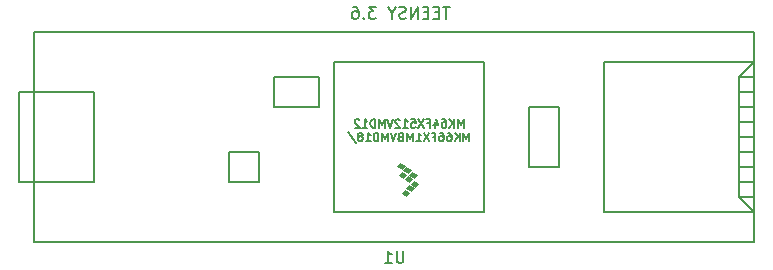
<source format=gbr>
%TF.GenerationSoftware,KiCad,Pcbnew,(5.1.9)-1*%
%TF.CreationDate,2021-04-14T17:34:58-04:00*%
%TF.ProjectId,wildcatmfd_kicad,77696c64-6361-4746-9d66-645f6b696361,rev?*%
%TF.SameCoordinates,Original*%
%TF.FileFunction,Legend,Bot*%
%TF.FilePolarity,Positive*%
%FSLAX46Y46*%
G04 Gerber Fmt 4.6, Leading zero omitted, Abs format (unit mm)*
G04 Created by KiCad (PCBNEW (5.1.9)-1) date 2021-04-14 17:34:58*
%MOMM*%
%LPD*%
G01*
G04 APERTURE LIST*
%ADD10C,0.150000*%
%ADD11C,0.100000*%
G04 APERTURE END LIST*
D10*
X117190476Y-74452380D02*
X116619047Y-74452380D01*
X116904761Y-75452380D02*
X116904761Y-74452380D01*
X116285714Y-74928571D02*
X115952380Y-74928571D01*
X115809523Y-75452380D02*
X116285714Y-75452380D01*
X116285714Y-74452380D01*
X115809523Y-74452380D01*
X115380952Y-74928571D02*
X115047619Y-74928571D01*
X114904761Y-75452380D02*
X115380952Y-75452380D01*
X115380952Y-74452380D01*
X114904761Y-74452380D01*
X114476190Y-75452380D02*
X114476190Y-74452380D01*
X113904761Y-75452380D01*
X113904761Y-74452380D01*
X113476190Y-75404761D02*
X113333333Y-75452380D01*
X113095238Y-75452380D01*
X113000000Y-75404761D01*
X112952380Y-75357142D01*
X112904761Y-75261904D01*
X112904761Y-75166666D01*
X112952380Y-75071428D01*
X113000000Y-75023809D01*
X113095238Y-74976190D01*
X113285714Y-74928571D01*
X113380952Y-74880952D01*
X113428571Y-74833333D01*
X113476190Y-74738095D01*
X113476190Y-74642857D01*
X113428571Y-74547619D01*
X113380952Y-74500000D01*
X113285714Y-74452380D01*
X113047619Y-74452380D01*
X112904761Y-74500000D01*
X112285714Y-74976190D02*
X112285714Y-75452380D01*
X112619047Y-74452380D02*
X112285714Y-74976190D01*
X111952380Y-74452380D01*
X110952380Y-74452380D02*
X110333333Y-74452380D01*
X110666666Y-74833333D01*
X110523809Y-74833333D01*
X110428571Y-74880952D01*
X110380952Y-74928571D01*
X110333333Y-75023809D01*
X110333333Y-75261904D01*
X110380952Y-75357142D01*
X110428571Y-75404761D01*
X110523809Y-75452380D01*
X110809523Y-75452380D01*
X110904761Y-75404761D01*
X110952380Y-75357142D01*
X109904761Y-75357142D02*
X109857142Y-75404761D01*
X109904761Y-75452380D01*
X109952380Y-75404761D01*
X109904761Y-75357142D01*
X109904761Y-75452380D01*
X109000000Y-74452380D02*
X109190476Y-74452380D01*
X109285714Y-74500000D01*
X109333333Y-74547619D01*
X109428571Y-74690476D01*
X109476190Y-74880952D01*
X109476190Y-75261904D01*
X109428571Y-75357142D01*
X109380952Y-75404761D01*
X109285714Y-75452380D01*
X109095238Y-75452380D01*
X109000000Y-75404761D01*
X108952380Y-75357142D01*
X108904761Y-75261904D01*
X108904761Y-75023809D01*
X108952380Y-74928571D01*
X109000000Y-74880952D01*
X109095238Y-74833333D01*
X109285714Y-74833333D01*
X109380952Y-74880952D01*
X109428571Y-74928571D01*
X109476190Y-75023809D01*
D11*
%TO.C,U1*%
G36*
X113770000Y-89310000D02*
G01*
X114024000Y-89056000D01*
X113643000Y-88802000D01*
X113389000Y-89056000D01*
X113770000Y-89310000D01*
G37*
X113770000Y-89310000D02*
X114024000Y-89056000D01*
X113643000Y-88802000D01*
X113389000Y-89056000D01*
X113770000Y-89310000D01*
G36*
X113897000Y-90072000D02*
G01*
X114151000Y-89818000D01*
X113770000Y-89564000D01*
X113516000Y-89818000D01*
X113897000Y-90072000D01*
G37*
X113897000Y-90072000D02*
X114151000Y-89818000D01*
X113770000Y-89564000D01*
X113516000Y-89818000D01*
X113897000Y-90072000D01*
G36*
X114151000Y-88929000D02*
G01*
X114405000Y-88675000D01*
X114024000Y-88421000D01*
X113770000Y-88675000D01*
X114151000Y-88929000D01*
G37*
X114151000Y-88929000D02*
X114405000Y-88675000D01*
X114024000Y-88421000D01*
X113770000Y-88675000D01*
X114151000Y-88929000D01*
G36*
X113643000Y-88548000D02*
G01*
X113897000Y-88294000D01*
X113516000Y-88040000D01*
X113262000Y-88294000D01*
X113643000Y-88548000D01*
G37*
X113643000Y-88548000D02*
X113897000Y-88294000D01*
X113516000Y-88040000D01*
X113262000Y-88294000D01*
X113643000Y-88548000D01*
G36*
X114278000Y-89691000D02*
G01*
X114532000Y-89437000D01*
X114151000Y-89183000D01*
X113897000Y-89437000D01*
X114278000Y-89691000D01*
G37*
X114278000Y-89691000D02*
X114532000Y-89437000D01*
X114151000Y-89183000D01*
X113897000Y-89437000D01*
X114278000Y-89691000D01*
G36*
X113135000Y-88167000D02*
G01*
X113389000Y-87913000D01*
X113008000Y-87659000D01*
X112754000Y-87913000D01*
X113135000Y-88167000D01*
G37*
X113135000Y-88167000D02*
X113389000Y-87913000D01*
X113008000Y-87659000D01*
X112754000Y-87913000D01*
X113135000Y-88167000D01*
G36*
X113262000Y-88929000D02*
G01*
X113516000Y-88675000D01*
X113135000Y-88421000D01*
X112881000Y-88675000D01*
X113262000Y-88929000D01*
G37*
X113262000Y-88929000D02*
X113516000Y-88675000D01*
X113135000Y-88421000D01*
X112881000Y-88675000D01*
X113262000Y-88929000D01*
G36*
X113516000Y-90453000D02*
G01*
X113770000Y-90199000D01*
X113389000Y-89945000D01*
X113135000Y-90199000D01*
X113516000Y-90453000D01*
G37*
X113516000Y-90453000D02*
X113770000Y-90199000D01*
X113389000Y-89945000D01*
X113135000Y-90199000D01*
X113516000Y-90453000D01*
D10*
X82020000Y-76610000D02*
X82020000Y-94390000D01*
X142980000Y-94390000D02*
X142980000Y-76610000D01*
X123930000Y-88040000D02*
X126470000Y-88040000D01*
X123930000Y-82960000D02*
X123930000Y-88040000D01*
X126470000Y-82960000D02*
X123930000Y-82960000D01*
X126470000Y-88040000D02*
X126470000Y-82960000D01*
X87100000Y-81690000D02*
X82020000Y-81690000D01*
X87100000Y-89310000D02*
X82020000Y-89310000D01*
X87100000Y-81690000D02*
X87100000Y-89310000D01*
X80750000Y-89310000D02*
X82020000Y-89310000D01*
X80750000Y-81690000D02*
X80750000Y-89310000D01*
X82020000Y-81690000D02*
X80750000Y-81690000D01*
X82020000Y-76610000D02*
X142980000Y-76610000D01*
X142980000Y-94390000D02*
X82020000Y-94390000D01*
X130280000Y-79150000D02*
X142980000Y-79150000D01*
X130280000Y-91850000D02*
X130280000Y-79150000D01*
X142980000Y-91850000D02*
X130280000Y-91850000D01*
X141710000Y-90580000D02*
X142980000Y-91850000D01*
X141710000Y-80420000D02*
X141710000Y-90580000D01*
X142980000Y-79150000D02*
X141710000Y-80420000D01*
X141710000Y-90580000D02*
X142980000Y-90580000D01*
X141710000Y-89310000D02*
X142980000Y-89310000D01*
X141710000Y-88040000D02*
X142980000Y-88040000D01*
X141710000Y-86770000D02*
X142980000Y-86770000D01*
X141710000Y-85500000D02*
X142980000Y-85500000D01*
X141710000Y-84230000D02*
X142980000Y-84230000D01*
X141710000Y-82960000D02*
X142980000Y-82960000D01*
X141710000Y-81690000D02*
X142980000Y-81690000D01*
X141710000Y-80420000D02*
X142980000Y-80420000D01*
X107420000Y-91850000D02*
X120120000Y-91850000D01*
X107420000Y-79150000D02*
X120120000Y-79150000D01*
X107420000Y-91850000D02*
X107420000Y-79150000D01*
X120120000Y-79150000D02*
X120120000Y-91850000D01*
X106150000Y-82960000D02*
X106150000Y-80420000D01*
X102340000Y-82960000D02*
X106150000Y-82960000D01*
X102340000Y-80420000D02*
X102340000Y-82960000D01*
X106150000Y-80420000D02*
X102340000Y-80420000D01*
X101070000Y-89310000D02*
X98530000Y-89310000D01*
X101070000Y-86770000D02*
X101070000Y-89310000D01*
X98530000Y-86770000D02*
X101070000Y-86770000D01*
X98530000Y-89310000D02*
X98530000Y-86770000D01*
X113261904Y-95112380D02*
X113261904Y-95921904D01*
X113214285Y-96017142D01*
X113166666Y-96064761D01*
X113071428Y-96112380D01*
X112880952Y-96112380D01*
X112785714Y-96064761D01*
X112738095Y-96017142D01*
X112690476Y-95921904D01*
X112690476Y-95112380D01*
X111690476Y-96112380D02*
X112261904Y-96112380D01*
X111976190Y-96112380D02*
X111976190Y-95112380D01*
X112071428Y-95255238D01*
X112166666Y-95350476D01*
X112261904Y-95398095D01*
X118370000Y-84673666D02*
X118370000Y-83973666D01*
X118136666Y-84473666D01*
X117903333Y-83973666D01*
X117903333Y-84673666D01*
X117570000Y-84673666D02*
X117570000Y-83973666D01*
X117170000Y-84673666D02*
X117470000Y-84273666D01*
X117170000Y-83973666D02*
X117570000Y-84373666D01*
X116570000Y-83973666D02*
X116703333Y-83973666D01*
X116770000Y-84007000D01*
X116803333Y-84040333D01*
X116870000Y-84140333D01*
X116903333Y-84273666D01*
X116903333Y-84540333D01*
X116870000Y-84607000D01*
X116836666Y-84640333D01*
X116770000Y-84673666D01*
X116636666Y-84673666D01*
X116570000Y-84640333D01*
X116536666Y-84607000D01*
X116503333Y-84540333D01*
X116503333Y-84373666D01*
X116536666Y-84307000D01*
X116570000Y-84273666D01*
X116636666Y-84240333D01*
X116770000Y-84240333D01*
X116836666Y-84273666D01*
X116870000Y-84307000D01*
X116903333Y-84373666D01*
X115903333Y-84207000D02*
X115903333Y-84673666D01*
X116070000Y-83940333D02*
X116236666Y-84440333D01*
X115803333Y-84440333D01*
X115303333Y-84307000D02*
X115536666Y-84307000D01*
X115536666Y-84673666D02*
X115536666Y-83973666D01*
X115203333Y-83973666D01*
X115003333Y-83973666D02*
X114536666Y-84673666D01*
X114536666Y-83973666D02*
X115003333Y-84673666D01*
X113936666Y-83973666D02*
X114270000Y-83973666D01*
X114303333Y-84307000D01*
X114270000Y-84273666D01*
X114203333Y-84240333D01*
X114036666Y-84240333D01*
X113970000Y-84273666D01*
X113936666Y-84307000D01*
X113903333Y-84373666D01*
X113903333Y-84540333D01*
X113936666Y-84607000D01*
X113970000Y-84640333D01*
X114036666Y-84673666D01*
X114203333Y-84673666D01*
X114270000Y-84640333D01*
X114303333Y-84607000D01*
X113236666Y-84673666D02*
X113636666Y-84673666D01*
X113436666Y-84673666D02*
X113436666Y-83973666D01*
X113503333Y-84073666D01*
X113570000Y-84140333D01*
X113636666Y-84173666D01*
X112970000Y-84040333D02*
X112936666Y-84007000D01*
X112870000Y-83973666D01*
X112703333Y-83973666D01*
X112636666Y-84007000D01*
X112603333Y-84040333D01*
X112570000Y-84107000D01*
X112570000Y-84173666D01*
X112603333Y-84273666D01*
X113003333Y-84673666D01*
X112570000Y-84673666D01*
X112370000Y-83973666D02*
X112136666Y-84673666D01*
X111903333Y-83973666D01*
X111670000Y-84673666D02*
X111670000Y-83973666D01*
X111436666Y-84473666D01*
X111203333Y-83973666D01*
X111203333Y-84673666D01*
X110870000Y-84673666D02*
X110870000Y-83973666D01*
X110703333Y-83973666D01*
X110603333Y-84007000D01*
X110536666Y-84073666D01*
X110503333Y-84140333D01*
X110470000Y-84273666D01*
X110470000Y-84373666D01*
X110503333Y-84507000D01*
X110536666Y-84573666D01*
X110603333Y-84640333D01*
X110703333Y-84673666D01*
X110870000Y-84673666D01*
X109803333Y-84673666D02*
X110203333Y-84673666D01*
X110003333Y-84673666D02*
X110003333Y-83973666D01*
X110070000Y-84073666D01*
X110136666Y-84140333D01*
X110203333Y-84173666D01*
X109536666Y-84040333D02*
X109503333Y-84007000D01*
X109436666Y-83973666D01*
X109270000Y-83973666D01*
X109203333Y-84007000D01*
X109170000Y-84040333D01*
X109136666Y-84107000D01*
X109136666Y-84173666D01*
X109170000Y-84273666D01*
X109570000Y-84673666D01*
X109136666Y-84673666D01*
X118820000Y-85816666D02*
X118820000Y-85116666D01*
X118586666Y-85616666D01*
X118353333Y-85116666D01*
X118353333Y-85816666D01*
X118020000Y-85816666D02*
X118020000Y-85116666D01*
X117620000Y-85816666D02*
X117920000Y-85416666D01*
X117620000Y-85116666D02*
X118020000Y-85516666D01*
X117020000Y-85116666D02*
X117153333Y-85116666D01*
X117220000Y-85150000D01*
X117253333Y-85183333D01*
X117320000Y-85283333D01*
X117353333Y-85416666D01*
X117353333Y-85683333D01*
X117320000Y-85750000D01*
X117286666Y-85783333D01*
X117220000Y-85816666D01*
X117086666Y-85816666D01*
X117020000Y-85783333D01*
X116986666Y-85750000D01*
X116953333Y-85683333D01*
X116953333Y-85516666D01*
X116986666Y-85450000D01*
X117020000Y-85416666D01*
X117086666Y-85383333D01*
X117220000Y-85383333D01*
X117286666Y-85416666D01*
X117320000Y-85450000D01*
X117353333Y-85516666D01*
X116353333Y-85116666D02*
X116486666Y-85116666D01*
X116553333Y-85150000D01*
X116586666Y-85183333D01*
X116653333Y-85283333D01*
X116686666Y-85416666D01*
X116686666Y-85683333D01*
X116653333Y-85750000D01*
X116620000Y-85783333D01*
X116553333Y-85816666D01*
X116420000Y-85816666D01*
X116353333Y-85783333D01*
X116320000Y-85750000D01*
X116286666Y-85683333D01*
X116286666Y-85516666D01*
X116320000Y-85450000D01*
X116353333Y-85416666D01*
X116420000Y-85383333D01*
X116553333Y-85383333D01*
X116620000Y-85416666D01*
X116653333Y-85450000D01*
X116686666Y-85516666D01*
X115753333Y-85450000D02*
X115986666Y-85450000D01*
X115986666Y-85816666D02*
X115986666Y-85116666D01*
X115653333Y-85116666D01*
X115453333Y-85116666D02*
X114986666Y-85816666D01*
X114986666Y-85116666D02*
X115453333Y-85816666D01*
X114353333Y-85816666D02*
X114753333Y-85816666D01*
X114553333Y-85816666D02*
X114553333Y-85116666D01*
X114620000Y-85216666D01*
X114686666Y-85283333D01*
X114753333Y-85316666D01*
X114053333Y-85816666D02*
X114053333Y-85116666D01*
X113820000Y-85616666D01*
X113586666Y-85116666D01*
X113586666Y-85816666D01*
X113020000Y-85450000D02*
X112920000Y-85483333D01*
X112886666Y-85516666D01*
X112853333Y-85583333D01*
X112853333Y-85683333D01*
X112886666Y-85750000D01*
X112920000Y-85783333D01*
X112986666Y-85816666D01*
X113253333Y-85816666D01*
X113253333Y-85116666D01*
X113020000Y-85116666D01*
X112953333Y-85150000D01*
X112920000Y-85183333D01*
X112886666Y-85250000D01*
X112886666Y-85316666D01*
X112920000Y-85383333D01*
X112953333Y-85416666D01*
X113020000Y-85450000D01*
X113253333Y-85450000D01*
X112653333Y-85116666D02*
X112420000Y-85816666D01*
X112186666Y-85116666D01*
X111953333Y-85816666D02*
X111953333Y-85116666D01*
X111720000Y-85616666D01*
X111486666Y-85116666D01*
X111486666Y-85816666D01*
X111153333Y-85816666D02*
X111153333Y-85116666D01*
X110986666Y-85116666D01*
X110886666Y-85150000D01*
X110820000Y-85216666D01*
X110786666Y-85283333D01*
X110753333Y-85416666D01*
X110753333Y-85516666D01*
X110786666Y-85650000D01*
X110820000Y-85716666D01*
X110886666Y-85783333D01*
X110986666Y-85816666D01*
X111153333Y-85816666D01*
X110086666Y-85816666D02*
X110486666Y-85816666D01*
X110286666Y-85816666D02*
X110286666Y-85116666D01*
X110353333Y-85216666D01*
X110420000Y-85283333D01*
X110486666Y-85316666D01*
X109686666Y-85416666D02*
X109753333Y-85383333D01*
X109786666Y-85350000D01*
X109820000Y-85283333D01*
X109820000Y-85250000D01*
X109786666Y-85183333D01*
X109753333Y-85150000D01*
X109686666Y-85116666D01*
X109553333Y-85116666D01*
X109486666Y-85150000D01*
X109453333Y-85183333D01*
X109420000Y-85250000D01*
X109420000Y-85283333D01*
X109453333Y-85350000D01*
X109486666Y-85383333D01*
X109553333Y-85416666D01*
X109686666Y-85416666D01*
X109753333Y-85450000D01*
X109786666Y-85483333D01*
X109820000Y-85550000D01*
X109820000Y-85683333D01*
X109786666Y-85750000D01*
X109753333Y-85783333D01*
X109686666Y-85816666D01*
X109553333Y-85816666D01*
X109486666Y-85783333D01*
X109453333Y-85750000D01*
X109420000Y-85683333D01*
X109420000Y-85550000D01*
X109453333Y-85483333D01*
X109486666Y-85450000D01*
X109553333Y-85416666D01*
X108620000Y-85083333D02*
X109220000Y-85983333D01*
%TD*%
M02*

</source>
